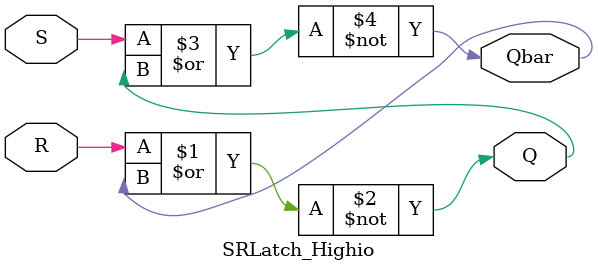
<source format=v>
module SRLatch_Highio(Q,Qbar,S,R);
  input S,R;
  output Q,Qbar;
  
  nor n1(Q,R,Qbar);
  nor n2(Qbar,S,Q);
  
endmodule

</source>
